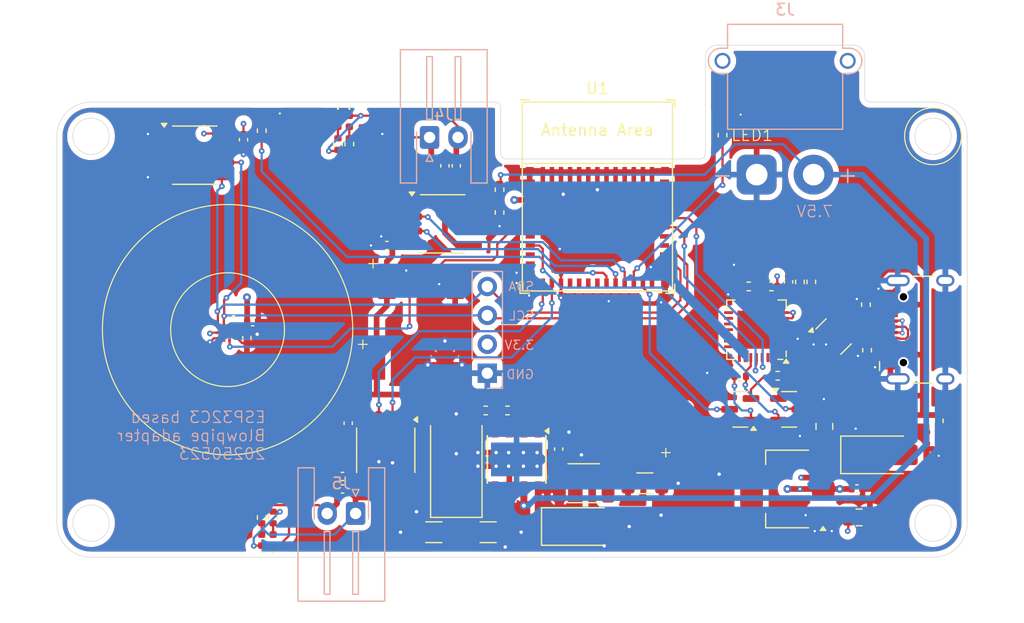
<source format=kicad_pcb>
(kicad_pcb (version 20241229) (generator "pcbnew") (generator_version "9.0")
  (layers (0 "F.Cu" signal) (4 "In1.Cu" signal) (6 "In2.Cu" signal) (2 "B.Cu" signal) (13 "F.Paste" user) (15 "B.Paste" user) (5 "F.SilkS" user "F.Silkscreen") (7 "B.SilkS" user "B.Silkscreen") (1 "F.Mask" user) (3 "B.Mask" user) (25 "Edge.Cuts" user))
  (net 0 "")
  (net 1 "GND")
  (net 2 "+3.3V")
  (net 3 "+5V")
  (net 4 "+5VP")
  (net 5 "/USB_UART/USB_DP")
  (net 6 "/USB_UART/USB_DM")
  (net 7 "/Motor/Mot_b")
  (net 13 "/Motor/Mot_a")
  (net 16 "/UART_RX")
  (net 17 "/UART_TX")
  (net 25 "/SCL")
  (net 26 "/SDA")
  (net 27 "/CHIP_PU")
  (net 28 "/RTS")
  (net 29 "/GPIO_9")
  (net 30 "/DTR")
  (net 31 "/LED0")
  (net 32 "/LED1")
  (net 33 "/MTR1")
  (net 34 "/MTR0")
  (net 35 "/Vent/Mot_b")
  (net 36 "/Vent/Mot_a")
  (net 37 "/Vent0")
  (net 38 "/Vent1")
  (net 40 "Net-(U4-VBUS)")
  (net 41 "Net-(D1-A)")
  (net 42 "Net-(D2-A)")
  (net 43 "Net-(D7-A)")
  (net 44 "/Motor/Moto_ar")
  (net 45 "/Motor/Moto_br")
  (net 46 "/Vent/Moto_ar")
  (net 47 "/Vent/Moto_br")
  (net 49 "Net-(J2-CC1)")
  (net 51 "Net-(J2-CC2)")
  (net 52 "Net-(Q1-B)")
  (net 53 "Net-(Q2-B)")
  (net 54 "Net-(U4-~{RST})")
  (net 55 "Net-(U4-~{SUSPEND})")
  (net 75 "/BatDiv10")
  (net 76 "/nINT")
  (net 77 "/Battery/5Vvar")
  (net 78 "/Battery/Vsense")
  (net 82 "+7.5V")
  (net 83 "/Battery/PWR_BOOT")
  (footprint "LED_SMD:LED_0402_1005Metric" (layer "F.Cu") (at 143.5 71 180)
    (property "Reference" "D2" (hide yes))
    (property "Value" "Green LED" (hide yes))
  )
  (footprint "Resistor_SMD:R_0402_1005Metric" (layer "F.Cu") (at 150.7 73.69 -90)
    (property "Reference" "R15" (hide yes))
    (property "Value" "2K" (hide yes))
  )
  (footprint "Capacitor_SMD:C_0402_1005Metric" (layer "F.Cu") (at 169.1 100.49125 -90)
    (property "Reference" "C311" (hide yes))
    (property "Value" "10nF" (hide yes))
  )
  (footprint "Capacitor_SMD:C_0402_1005Metric" (layer "F.Cu") (at 160.1 75.6 -90)
    (property "Reference" "C11" (hide yes))
    (property "Value" "100nF" (hide yes))
  )
  (footprint "Package_TO_SOT_SMD:SOT-23" (layer "F.Cu") (at 185.0625 97 180)
    (property "Reference" "Q2" (hide yes))
    (property "Value" "SS8050" (hide yes))
  )
  (footprint "Package_SO:SOP-8_3.9x4.9mm_P1.27mm" (layer "F.Cu") (at 158.9 80.7)
    (property "Reference" "U7" (hide yes))
    (property "Value" "TC118S" (hide yes))
  )
  (footprint "Diode_SMD:D_SMA" (layer "F.Cu") (at 197.4 101)
    (property "Reference" "D6" (hide yes))
    (property "Value" "SS14" (hide yes))
  )
  (footprint "Resistor_SMD:R_0402_1005Metric" (layer "F.Cu") (at 191.3 85.8 90)
    (property "Reference" "R5" (hide yes))
    (property "Value" "22.1K" (hide yes))
  )
  (footprint "Capacitor_Tantalum_SMD:CP_EIA-7343-31_Kemet-D" (layer "F.Cu") (at 160.1 102.08 90)
    (property "Reference" "C303" (hide yes))
    (property "Value" "220uF" (hide yes))
  )
  (footprint "Package_SO:SOP-8_3.9x4.9mm_P1.27mm" (layer "F.Cu") (at 153.9 100.6 -90)
    (property "Reference" "U8" (hide yes))
    (property "Value" "TC118S" (hide yes))
  )
  (footprint "Resistor_SMD:R_0402_1005Metric" (layer "F.Cu") (at 188.35 94.05)
    (property "Reference" "R1" (hide yes))
    (property "Value" "10K" (hide yes))
  )
  (footprint "Resistor_SMD:R_0402_1005Metric" (layer "F.Cu") (at 164.6 97.1 180)
    (property "Reference" "R301" (hide yes))
    (property "Value" "10k" (hide yes))
  )
  (footprint "Capacitor_SMD:C_0402_1005Metric" (layer "F.Cu") (at 195.31 104)
    (property "Reference" "C5" (hide yes))
    (property "Value" "100nF" (hide yes))
  )
  (footprint "Capacitor_SMD:C_1206_3216Metric" (layer "F.Cu") (at 158.125 107.8 180)
    (property "Reference" "C310" (hide yes))
    (property "Value" "10uF" (hide yes))
  )
  (footprint "Capacitor_SMD:C_1206_3216Metric" (layer "F.Cu") (at 162.9 107.8)
    (property "Reference" "C301" (hide yes))
    (property "Value" "10uF" (hide yes))
  )
  (footprint "Package_DFN_QFN:QFN-28-1EP_5x5mm_P0.5mm_EP3.35x3.35mm" (layer "F.Cu") (at 186.48 90 180)
    (property "Reference" "U4" (hide yes))
    (property "Value" "CP2102N-Axx-xQFN28" (hide yes))
  )
  (footprint "Diode_SMD:D_SMA" (layer "F.Cu") (at 171.1 107.3)
    (property "Reference" "D301" (hide yes))
    (property "Value" "B340A" (hide yes))
  )
  (footprint "Resistor_SMD:R_0402_1005Metric" (layer "F.Cu") (at 163.9 77.7 -90)
    (property "Reference" "R19" (hide yes))
    (property "Value" "10K" (hide yes))
  )
  (footprint "Resistor_SMD:R_0402_1005Metric" (layer "F.Cu") (at 196.1 87.8 90)
    (property "Reference" "R8" (hide yes))
    (property "Value" "5.1K" (hide yes))
  )
  (footprint "local:CP_SMD_4.3x7.3mm" (layer "F.Cu") (at 174.3 99 180)
    (property "Reference" "C302" (hide yes))
    (property "Value" "EEFCX0J221YR" (hide yes))
  )
  (footprint "Package_TO_SOT_SMD:SOT-23" (layer "F.Cu") (at 189.35 97)
    (property "Reference" "Q1" (hide yes))
    (property "Value" "SS8050" (hide yes))
  )
  (footprint "Resistor_SMD:R_0402_1005Metric" (layer "F.Cu") (at 183.5 72.9 -90)
    (property "Reference" "R3" (hide yes))
    (property "Value" "1K" (hide yes))
  )
  (footprint "Capacitor_SMD:C_0805_2012Metric" (layer "F.Cu") (at 192.45 98.5 90)
    (property "Reference" "C3" (hide yes))
    (property "Value" "10uF" (hide yes))
  )
  (footprint "LED_SMD:LED_0402_1005Metric" (layer "F.Cu") (at 149.7 71.68 -90)
    (property "Reference" "D9" (hide yes))
    (property "Value" "Red LED" (hide yes))
  )
  (footprint "Capacitor_SMD:C_0402_1005Metric" (layer "F.Cu") (at 150.1 102.9 180)
    (property "Reference" "C16" (hide yes))
    (property "Value" "100nF" (hide yes))
  )
  (footprint "LED_SMD:LED_0402_1005Metric" (layer "F.Cu") (at 184 71.1 180)
    (property "Reference" "D1" (hide yes))
    (property "Value" "Green LED" (hide yes))
  )
  (footprint "Resistor_SMD:R_0402_1005Metric" (layer "F.Cu") (at 163.9 79.7 -90)
    (property "Reference" "R18" (hide yes))
    (property "Value" "1K" (hide yes))
  )
  (footprint "Capacitor_SMD:C_0402_1005Metric" (layer "F.Cu") (at 189.3 85.8 90)
    (property "Reference" "C2" (hide yes))
    (property "Value" "1uF" (hide yes))
  )
  (footprint "Capacitor_SMD:C_1206_3216Metric" (layer "F.Cu") (at 176.675 103.5)
    (property "Reference" "C312" (hide yes))
    (property "Value" "10uF" (hide yes))
  )
  (footprint "Capacitor_SMD:C_0402_1005Metric" (layer "F.Cu") (at 142.2 89.3)
    (property "Reference" "C18" (hide yes))
    (property "Value" "100nF" (hide yes))
  )
  (footprint "Resistor_SMD:R_0402_1005Metric" (layer "F.Cu") (at 190.3 85.8 -90)
    (property "Reference" "R6" (hide yes))
    (property "Value" "43K" (hide yes))
  )
  (footprint "Resistor_SMD:R_0402_1005Metric" (layer "F.Cu") (at 202.5 98.01 90)
    (property "Reference" "R11" (hide yes))
    (property "Value" "1K" (hide yes))
  )
  (footprint "Connector_USB:USB_C_Receptacle_HCTL_HC-TYPE-C-16P-01A" (layer "F.Cu") (at 202 90 90)
    (property "Reference" "J2" (hide yes))
    (property "Value" "USB_C_Receptacle_USB2.0_16P" (hide yes))
  )
  (footprint "local:CP_SMD_4.3x7.3mm" (layer "F.Cu") (at 157 86)
    (property "Reference" "C9" (hide yes))
    (property "Value" "EEFCX0J221YR" (hide yes))
  )
  (footprint "Resistor_SMD:R_0402_1005Metric" (layer "F.Cu") (at 185.8 86.2 180)
    (property "Reference" "R10" (hide yes))
    (property "Value" "10K" (hide yes))
  )
  (footprint "PCM_Espressif:ESP32-C3-MINI-1" (layer "F.Cu") (at 172.5 78.3)
    (property "Reference" "U1")
    (property "Value" "ESP32-C3-MINI-1")
  )
  (footprint "Package_SO:SOIC-8_3.9x4.9mm_P1.27mm" (layer "F.Cu") (at 137.125 74.665)
    (property "Reference" "U9" (hide yes))
    (property "Value" "M24C02-RMN" (hide yes))
  )
  (footprint "LED_SMD:LED_0402_1005Metric" (layer "F.Cu") (at 144 108.49 90)
    (property "Reference" "D11" (hide yes))
    (property "Value" "Red LED" (hide yes))
  )
  (footprint "Resistor_SMD:R_0402_1005Metric" (layer "F.Cu") (at 149.7 73.69 -90)
    (property "Reference" "R14" (hide yes))
    (property "Value" "2K" (hide yes))
  )
  (footprint "Capacitor_SMD:C_0402_1005Metric" (layer "F.Cu") (at 154 82.6 180)
    (property "Reference" "C10" (hide yes))
    (property "Value" "100nF" (hide yes))
  )
  (footprint "Capacitor_SMD:C_0402_1005Metric" (layer "F.Cu") (at 141.4 73.3 -90)
    (property "Reference" "C17" (hide yes))
    (property "Value" "100nF" (hide yes))
  )
  (footprint "LED_SMD:LED_0402_1005Metric" (layer "F.Cu") (at 143 108.49 90)
    (property "Reference" "D12" (hide yes))
    (property "Value" "Green LED" (hide yes))
  )
  (footprint "local:BMP580_FP" (layer "F.Cu") (at 139.924 90.2625)
    (property "Reference" "U2" (hide yes))
    (property "Value" "BMP580" (hide yes))
  )
  (footprint "Inductor_SMD:L_1812_4532Metric" (layer "F.Cu") (at 171.3 103.49125)
    (property "Reference" "L301" (hide yes))
    (property "Value" "FHW1812IF1R8JST" (hide yes))
  )
  (footprint "Resistor_SMD:R_0402_1005Metric" (layer "F.Cu") (at 143 72.51 -90)
    (property "Reference" "R4" (hide yes))
    (property "Value" "1K" (hide yes))
  )
  (footprint "LED_SMD:LED_0402_1005Metric" (layer "F.Cu") (at 150.7 71.68 -90)
    (property "Reference" "D10" (hide yes))
    (property "Value" "Green LED" (hide yes))
  )
  (footprint "Capacitor_SMD:C_0805_2012Metric" (layer "F.Cu") (at 195.5 106.5)
    (property "Reference" "C4" (hide yes))
    (property "Value" "22uF" (hide yes))
  )
  (footprint "Resistor_SMD:R_0402_1005Metric" (layer "F.Cu") (at 187.8 86.2)
    (property "Reference" "R9" (hide yes))
    (property "Value" "10K" (hide yes))
  )
  (footprint "Resistor_SMD:R_0402_1005Metric" (layer "F.Cu") (at 144 106.5 90)
    (property "Reference" "R16" (hide yes))
    (property "Value" "2K" (hide yes))
  )
  (footprint "Resistor_SMD:R_0402_1005Metric" (layer "F.Cu") (at 196.2 91.8 -90)
    (property "Reference" "R7" (hide yes))
    (property "Value" "5.1K" (hide yes))
  )
  (footprint "Resistor_SMD:R_0402_1005Metric" (layer "F.Cu") (at 162.69 97.1 180)
    (property "Reference" "R302" (hide yes))
    (property "Value" "3k24" (hide yes))
  )
  (footprint "Resistor_SMD:R_0402_1005Metric" (layer "F.Cu") (at 185.05 94.1 180)
    (property "Reference" "R2" (hide yes))
    (property "Value" "10K" (hide yes))
  )
  (footprint "Package_TO_SOT_SMD:SOT-143" (layer "F.Cu") (at 193.25 90.6 45)
    (property "Reference" "D8" (hide yes))
    (property "Value" "SP0503BAHT" (hide yes))
  )
  (footprint "Package_SO:TI_SO-PowerPAD-8_ThermalVias" (layer "F.Cu") (at 165.4 101.4 -90)
    (property "Reference" "U301" (hide yes))
    (property "Value" "TPS5430DDA" (hide yes))
  )
  (footprint "Capacitor_SMD:C_0402_1005Metric" (layer "F.Cu") (at 150.6 98.22 -90)
    (property "Reference" "C14" (hide yes))
    (property "Value" "100nF" (hide yes))
  )
  (footprint "Capacitor_SMD:C_0402_1005Metric" (layer "F.Cu") (at 159.1 75.6 -90)
    (property "Reference" "C12" (hide yes))
    (property "Value" "100nF" (hide yes))
  )
  (footprint "Package_TO_SOT_SMD:SOT-223" (layer "F.Cu") (at 189.2 104 180)
    (property "Reference" "U5" (hide yes))
    (property "Value" "AMS1117-3.3" (hide yes))
  )
  (footprint "Resistor_SMD:R_0402_1005Metric" (layer "F.Cu") (at 143 106.5 90)
    (property "Reference" "R17" (hide yes))
    (property "Value" "2K" (hide yes))
  )
  (footprint "Capacitor_SMD:C_0402_1005Metric" (layer "F.Cu") (at 141.7 90.7 -90)
    (property "Reference" "C1" (hide yes))
    (property "Value" "100nF" (hide yes))
  )
  (footprint "LED_SMD:LED_0402_1005Metric" (layer "F.Cu") (at 202.5 99.995 90)
    (property "Reference" "D7" (hide yes))
    (property "Value" "Green LED" (hide yes))
  )
  (footprint "Capacitor_SMD:C_0402_1005Metric" (layer "F.Cu") (at 150.1 104 180)
    (property "Reference" "C15" (hide yes))
    (property "Value" "100nF" (hide yes))
  )
  (footprint "local:CP_SMD_4.3x7.3mm" (layer "F.Cu") (at 156.1 93.1)
    (property "Reference" "C13" (hide yes))
    (property "Value" "EEFCX0J221YR" (hide yes))
  )
  (footprint "Connector_PinSocket_2.54mm:PinSocket_1x04_P2.54mm_Vertical" (layer "B.Cu") (at 162.825 93.825)
    (property "Reference" "J1" (hide yes))
    (property "Value" "Conn_01x04_Socket" (hide yes))
  )
  (footprint "Connector_JST:JST_XH_S2B-XH-A-1_1x02_P2.50mm_Horizontal" (layer "B.Cu") (at 157.75 73.1)
    (property "Reference" "J4")
    (property "Value" "Conn_01x02_Pin")
  )
  (footprint "Connector_AMASS:AMASS_XT30PW-M_1x02_P2.50mm_Horizontal" (layer "B.Cu") (at 186.5 76.375 180)
    (property "Reference" "J3")
    (property "Value" "Conn_01x02_Pin")
  )
  (footprint "Connector_JST:JST_XH_S2B-XH-A-1_1x02_P2.50mm_Horizontal" (layer "B.Cu") (at 151.25 106.15 180)
    (property "Reference" "J5")
    (property "Value" "Conn_01x02_Pin")
  )
  (gr_circle (center 140 90) (end 151 90) (stroke (width 0.1)) (fill no) (layer "F.SilkS"))
  (gr_circle (center 202 73) (end 204.5 73) (stroke (width 0.1)) (fill no) (layer "F.SilkS"))
  (gr_circle (center 140 90) (end 145 90) (stroke (width 0.1)) (fill no) (layer "F.SilkS"))
  (gr_circle (center 128 107) (end 129.6 107) (stroke (width 0.05)) (fill no) (layer "Edge.Cuts"))
  (gr_arc (start 163.5 70) (mid 163.853553 70.146447) (end 164 70.5) (stroke (width 0.05)) (layer "Edge.Cuts"))
  (gr_line (start 164.5 75) (end 181.5 75) (stroke (width 0.05)) (layer "Edge.Cuts"))
  (gr_line (start 202 70) (end 196.5 70) (stroke (width 0.05)) (layer "Edge.Cuts"))
  (gr_line (start 125 107) (end 125 73) (stroke (width 0.05)) (layer "Edge.Cuts"))
  (gr_arc (start 125 73) (mid 125.87868 70.87868) (end 128 70) (stroke (width 0.05)) (layer "Edge.Cuts"))
  (gr_line (start 202 110) (end 128 110) (stroke (width 0.05)) (layer "Edge.Cuts"))
  (gr_line (start 205 73) (end 205 107) (stroke (width 0.05)) (layer "Edge.Cuts"))
  (gr_circle (center 202 73) (end 203.6 73) (stroke (width 0.05)) (fill no) (layer "Edge.Cuts"))
  (gr_arc (start 195 65) (mid 195.707107 65.292893) (end 196 66) (stroke (width 0.05)) (layer "Edge.Cuts"))
  (gr_arc (start 182 66) (mid 182.292893 65.292893) (end 183 65) (stroke (width 0.05)) (layer "Edge.Cuts"))
  (gr_arc (start 164.5 75) (mid 164.146447 74.853553) (end 164 74.5) (stroke (width 0.05)) (layer "Edge.Cuts"))
  (gr_arc (start 202 70) (mid 204.12132 70.87868) (end 205 73) (stroke (width 0.05)) (layer "Edge.Cuts"))
  (gr_arc (start 205 107) (mid 204.12132 109.12132) (end 202 110) (stroke (width 0.05)) (layer "Edge.Cuts"))
  (gr_circle (center 128 73) (end 129.6 73) (stroke (width 0.05)) (fill no) (layer "Edge.Cuts"))
  (gr_line (start 128 70) (end 163.5 70) (stroke (width 0.05)) (layer "Edge.Cuts"))
  (gr_line (start 182 66) (end 182 74.5) (stroke (width 0.05)) (layer "Edge.Cuts"))
  (gr_arc (start 182 74.5) (mid 181.853553 74.853553) (end 181.5 75) (stroke (width 0.05)) (layer "Edge.Cuts"))
  (gr_arc (start 128 110) (mid 125.87868 109.12132) (end 125 107) (stroke (width 0.05)) (layer "Edge.Cuts"))
  (gr_line (start 196 66) (end 196 69.5) (stroke (width 0.05)) (layer "Edge.Cuts"))
  (gr_arc (start 196.5 70) (mid 196.146447 69.853553) (end 196 69.5) (stroke (width 0.05)) (layer "Edge.Cuts"))
  (gr_line (start 183 65) (end 195 65) (stroke (width 0.05)) (layer "Edge.Cuts"))
  (gr_circle (center 202 107) (end 203.6 107) (stroke (width 0.05)) (fill no) (layer "Edge.Cuts"))
  (gr_line (start 164 70.5) (end 164 74.5) (stroke (width 0.05)) (layer "Edge.Cuts"))
  (gr_text "LED1" (at 184.2 73.5 0) (layer "F.SilkS") (effects (font (size 1 1) (thickness 0.1)) (justify left bottom)))
  (gr_text "7.5V" (at 193.3 80.2 -0) (layer "B.SilkS") (effects (font (size 1 1) (thickness 0.1)) (justify left bottom mirror)))
  (gr_text "SDA\n\nSCL\n\n3.3V\n\nGND" (at 167 94.4 0) (layer "B.SilkS") (effects (font (size 0.8 0.8) (thickness 0.1)) (justify left bottom mirror)))
  (gr_text "ESP32C3 based\nBlowpipe adapter\n20250523\n" (at 143.4 101.5 0) (layer "B.SilkS") (effects (font (size 1 1) (thickness 0.1)) (justify left bottom mirror)))
  (segment (start 197.6 86.8) (end 197.2 86.4) (width 0.2) (layer "F.Cu") (net 1))
  (segment (start 197 93.2) (end 196.9 93.3) (width 0.2) (layer "F.Cu") (net 1))
  (segment (start 190.27 85.32) (end 190.3 85.29) (width 0.2) (layer "F.Cu") (net 1))
  (segment (start 166.55 85.95) (end 165.45 85.95) (width 0.2) (layer "F.Cu") (net 1))
  (segment (start 154.535 103.225) (end 154.535 101.735) (width 0.5) (layer "F.Cu") (net 1))
  (segment (start 142.6 90.4) (end 142.6 90.9) (width 0.5) (layer "F.Cu") (net 1))
  (segment (start 192.076777 90.776777) (end 192.6 91.3) (width 0.2) (layer "F.Cu") (net 1))
  (segment (start 192.45 96.15) (end 192.4 96.1) (width 0.2) (layer "F.Cu") (net 1))
  (segment (start 159.1 93.1) (end 159.1 91) (width 0.5) (layer "F.Cu") (net 1))
  (segment (start 156.65 107.8) (end 156.65 106.05) (width 0.5) (layer "F.Cu") (net 1))
  (segment (start 163.6 100.8) (end 162 100.8) (width 0.5) (layer "F.Cu") (net 1))
  (segment (start 178.15 106.25) (end 178.1 106.3) (width 0.5) (layer "F.Cu") (net 1))
  (segment (start 169.3 84.2) (end 170.525 82.975) (width 0.2) (layer "F.Cu") (net 1))
  (segment (start 163.9 80.21) (end 163.9 80.9) (width 0.2) (layer "F.Cu") (net 1))
  (segment (start 164.765 102.065) (end 164.7 102) (width 0.5) (layer "F.Cu") (net 1))
  (segment (start 153.265 103.225) (end 153.265 101.635) (width 0.5) (layer "F.Cu") (net 1))
  (segment (start 156.65 107.8) (end 155.2 107.8) (width 0.5) (layer "F.Cu") (net 1))
  (segment (start 196.2 92.31) (end 195.41 92.31) (width 0.2) (layer "F.Cu") (net 1))
  (segment (start 134.65 76.57) (end 133.03 76.57) (width 0.2) (layer "F.Cu") (net 1))
  (segment (start 196.2 92.31) (end 196.2 93.2) (width 0.2) (layer "F.Cu") (net 1))
  (segment (start 169.3 85.9) (end 169.3 84.2) (width 0.2) (layer "F.Cu") (net 1))
  (segment (start 184 86.7) (end 184 86.9) (width 0.2) (layer "F.Cu") (net 1))
  (segment (start 138.7875 90.7625) (end 138.45 91.1) (width 0.2) (layer "F.Cu") (net 1))
  (segment (start 189.8 90.5) (end 190.1 90.8) (width 0.2) (layer "F.Cu") (net 1))
  (segment (start 160.1 98.96) (end 160.1 100.9) (width 0.5) (layer "F.Cu") (net 1))
  (segment (start 159.1 93.1) (end 160.6 93.1) (width 0.5) (layer "F.Cu") (net 1))
  (segment (start 142.68 89.3) (end 142.68 90.32) (width 0.5) (layer "F.Cu") (net 1))
  (segment (start 153.52 82.6) (end 152.6 82.6) (width 0.2) (layer "F.Cu") (net 1))
  (segment (start 169.3 85.9) (end 169.3 87.2) (width 0.2) (layer "F.Cu") (net 1))
  (segment (start 196.1 87.29) (end 195.31 87.29) (width 0.2) (layer "F.Cu") (net 1))
  (segment (start 160.4 97.1) (end 160.1 97.4) (width 0.5) (layer "F.Cu") (net 1))
  (segment (start 142.6 90.9) (end 142.32 91.18) (width 0.5) (layer "F.Cu") (net 1))
  (segment (start 141.4 73.78) (end 141.4 74.6) (width 0.2) (layer "F.Cu") (net 1))
  (segment (start 166.55 85.95) (end 166.55 86.95) (width 0.2) (layer "F.Cu") (net 1))
  (segment (start 170.425 79.025) (end 169.5 78.1) (width 0.2) (layer "F.Cu") (net 1))
  (segment (start 171.18 99) (end 171.18 100.92) (width 0.5) (layer "F.Cu") (net 1))
  (segment (start 188.9 90.5) (end 189.8 90.5) (width 0.2) (layer "F.Cu") (net 1))
  (segment (start 169.275 82.975) (end 169.2 82.9) (width 0.2) (layer "F.Cu") (net 1))
  (segment (start 192.012563 90.776777) (end 192.076777 90.776777) (width 0.2) (layer "F.Cu") (net 1))
  (segment (start 140.7 90.7625) (end 140.8625 90.7625) (width 0.2) (layer "F.Cu") (net 1))
  (segment (start 134.65 72.76) (end 134.65 76.57) (width 0.2) (layer "F.Cu") (net 1))
  (segment (start 160 86) (end 158.6 86) (width 0.5) (layer "F.Cu") (net 1))
  (segment (start 153.52 81.82) (end 153.5 81.8) (width 0.2) (layer "F.Cu") (net 1))
  (segment (start 166.55 85.95) (end 166.55 85.05) (width 0.2) (layer "F.Cu") (net 1))
  (segment (start 169.3 85.9) (end 169.3 86.5) (width 0.2) (layer "F.Cu") (net 1))
  (segment (start 154.535 101.735) (end 154.5 101.7) (width 0.5) (layer "F.Cu") (net 1))
  (segment (start 178.15 103.5) (end 178.15 106.25) (width 0.5) (layer "F.Cu") (net 1))
  (segment (start 141.28 91.18) (end 141.7 91.18) (width 0.2) (layer "F.Cu") (net 1))
  (segment (start 192.012563 90.776777) (end 192.012563 90.787437) (width 0.2) (layer "F.Cu") (net 1))
  (segment (start 160 89.6) (end 160 86) (width 0.5) (layer "F.Cu") (net 1))
  (segment (start 164.765 104.1) (end 164.765 102.065) (width 0.5) (layer "F.Cu") (net 1))
  (segment (start 198.255 93.2) (end 198.255 93.68) (width 0.2) (layer "F.Cu") (net 1))
  (segment (start 164.375 107.8) (end 165.8 107.8) (width 0.5) (layer "F.Cu") (net 1))
  (segment (start 159.1 90.5) (end 160 89.6) (width 0.5) (layer "F.Cu") (net 1))
  (segment (start 173.1 107.3) (end 173.1 109) (width 0.5) (layer "F.Cu") (net 1))
  (segment (start 153.265 101.635) (end 153.3 101.6) (width 0.5) (layer "F.Cu") (net 1))
  (segment (start 170.525 79.025) (end 170.425 79.025) (width 0.2) (layer "F.Cu") (net 1))
  (segment (start 166.55 86.95) (end 166.5 87) (width 0.2) (layer "F.Cu") (net 1))
  (segment (start 163.6 102) (end 162 102) (width 0.5) (layer "F.Cu") (net 1))
  (segment (start 186.45 90) (end 186.95 90.5) (width 0.2) (layer "F.Cu") (net 1))
  (segment (start 173.1 107.3) (end 175.3 107.3) (width 0.5) (layer "F.Cu") (net 1))
  (segment (start 159.1 91) (end 159.1 90.5) (width 0.5) (layer "F.Cu") (net 1))
  (segment (start 133.03 76.57) (end 133 76.6) (width 0.2) (layer "F.Cu") (net 1))
  (segment (start 196.2 93.2) (end 196.3 93.3) (width 0.2) (layer "F.Cu") (net 1))
  (segment (start 160.1 98.96) (end 160.1 97.4) (width 0.5) (layer "F.Cu") (net 1))
  (segment (start 173.6 87.6) (end 173.5 87.5) (width 0.2) (layer "F.Cu") (net 1))
  (segment (start 169.6 87.5) (end 173.5 87.5) (width 0.2) (layer "F.Cu") (net 1))
  (segment (start 195.31 87.29) (end 195.3 87.3) (width 0.2) (layer "F.Cu") (net 1))
  (segment (start 198.255 93.2) (end 197 93.2) (width 0.2) (layer "F.Cu") (net 1))
  (segment (start 178.45 87.25) (end 178.1 87.6) (width 0.2) (layer "F.Cu") (net 1))
  (segment (start 185.29 86.2) (end 184.5 86.2) (width 0.2) (layer "F.Cu") (net 1))
  (segment (start 198.255 93.68) (end 198.895 94.32) (width 0.2) (layer "F.Cu") (net 1))
  (segment (start 198.895 85.68) (end 198.895 86.16) (width 0.2) (layer "F.Cu") (net 1))
  (segment (start 192.45 97.55) (end 192.45 96.15) (width 0.2) (layer "F.Cu") (net 1))
  (segment (start 166.55 85.05) (end 166.6 85) (width 0.2) (layer "F.Cu") (net 1))
  (segment (start 164.375 107.8) (end 164.375 109.075) (width 0.5) (layer "F.Cu") (net 1))
  (segment (start 192.45 97.55) (end 191.65 97.55) (width 0.2) (layer "F.Cu") (net 1))
  (segment (start 195.41 92.31) (end 195.4 92.3) (width 0.2) (layer "F.Cu") (net 1))
  (segment (start 165.45 85.95) (end 165.4 85.9) (width 0.2) (layer "F.Cu") (net 1))
  (segment (start 198.255 86.8) (end 197.6 86.8) (width 0.2) (layer "F.Cu") (net 1))
  (segment (start 196 92.51) (end 196.11 92.51) (width 0.2) (layer "F.Cu") (net 1))
  (segment (start 156.65 106.05) (end 156.6 106) (width 0.5) (layer "F.Cu") (net 1))
  (segment (start 178.15 103.5) (end 179.6 103.5) (width 0.5) (layer "F.Cu") (net 1))
  (segment (start 159.1 93.1) (end 157.6 93.1) (width 0.5) (layer "F.Cu") (net 1))
  (segment (start 186.95 90.5) (end 188.9 90.5) (width 0.2) (layer "F.Cu") (net 1))
  (segment (start 184 86.7) (end 184.5 86.2) (width 0.2) (layer "F.Cu") (net 1))
  (segment (start 162.18 97.1) (end 160.4 97.1) (width 0.5) (layer "F.Cu") (net 1))
  (segment (start 164.375 109.075) (end 164.4 109.1) (width 0.5) (layer "F.Cu") (net 1))
  (segment (start 142.32 91.18) (end 141.7 91.18) (width 0.5) (layer "F.Cu") (net 1))
  (segment (start 171.18 100.92) (end 171.1 101) (width 0.5) (layer "F.Cu") (net 1))
  (segment (start 189.3 85.32) (end 190.27 85.32) (width 0.2) (layer "F.Cu") (net 1))
  (segment (start 191.65 97.55) (end 190.3 98.9) (width 0.2) (layer "F.Cu") (net 1))
  (segment (start 178.1 87.6) (end 173.6 87.6) (width 0.2) (layer "F.Cu") (net 1))
  (segment (start 141.15 74.03) (end 141.4 73.78) (width 0.2) (layer "F.Cu") (net 1))
  (segment (start 139.6 74.03) (end 141.15 74.03) (width 0.2) (layer "F.Cu") (net 1))
  (segment (start 142.68 90.32) (end 142.6 90.4) (width 0.5) (layer "F.Cu") (net 1))
  (segment (start 140.8625 90.7625) (end 141.28 91.18) (width 0.2) (layer "F.Cu") (net 1))
  (segment (start 140.7 90.2625) (end 140.7 90.7625) (width 0.2) (layer "F.Cu") (net 1))
  (segment (start 178.45 85.95) (end 178.45 87.25) (width 0.2) (layer "F.Cu") (net 1))
  (segment (start 165.4 85) (end 166.6 85) (width 0.2) (layer "F.Cu") (net 1))
  (segment (start 196.3 93.3) (end 196.9 93.3) (width 0.2) (layer "F.Cu") (net 1))
  (segment (start 190.3 98.9) (end 190.3 99.35) (width 0.2) (layer "F.Cu") (net 1))
  (segment (start 169.3 87.2) (end 169.6 87.5) (width 0.2) (layer "F.Cu") (net 1))
  (segment (start 170.525 82.975) (end 169.275 82.975) (width 0.2) (layer "F.Cu") (net 1))
  (segment (start 153.52 82.6) (end 153.52 81.82) (width 0.2) (layer "F.Cu") (net 1))
  (segment (start 139.148 90.7625) (end 138.7875 90.7625) (width 0.2) (layer "F.Cu") (net 1))
  (segment (start 171.3 99) (end 170 99) (width 0.5) (layer "F.Cu") (net 1))
  (segment (start 198.895 86.16) (end 198.255 86.8) (width 0.2) (layer "F.Cu") (net 1))
  (segment (start 133.04 72.76) (end 133 72.8) (width 0.2) (layer "F.Cu") (net 1))
  (segment (start 192.012563 90.787437) (end 191.5 91.3) (width 0.2) (layer "F.Cu") (net 1))
  (segment (start 172.5 79.025) (end 172.5 77.7) (width 0.2) (layer "F.Cu") (net 1))
  (segment (start 134.65 72.76) (end 133.04 72.76) (width 0.2) (layer "F.Cu") (net 1))
  (via (at 182.15 93.8) (size 0.5) (drill 0.2) (layers "F.Cu" "B.Cu") (net 1))
  (via (at 169.5 78.1) (size 0.7) (drill 0.3) (layers "F.Cu" "B.Cu") (net 1))
  (via (at 178.1 106.3) (size 0.7) (drill 0.3) (layers "F.Cu" "B.Cu") (net 1))
  (via (at 190.3 99.35) (size 0.5) (drill 0.2) (layers "F.Cu" "B.Cu") (net 1))
  (via (at 192.6 91.3) (size 0.5) (drill 0.2) (layers "F.Cu" "B.Cu") (net 1))
  (via (at 170 99) (size 0.7) (drill 0.3) (layers "F.Cu" "B.Cu") (net 1))
  (via (at 183.2 102.7) (size 0.7) (drill 0.3) (layers "F.Cu" "B.Cu") (net 1))
  (via (at 153.6 72.8) (size 0.5) (drill 0.2) (layers "F.Cu" "B.Cu") (net 1))
  (via (at 156.6 106) (size 0.7) (drill 0.3) (layers "F.Cu" "B.Cu") (net 1))
  (via (at 153.3 101.6) (size 0.7) (drill 0.3) (layers "F.Cu" "B.Cu") (net 1))
  (via (at 160.1 100.9) (size 0.7) (drill 0.3) (layers "F.Cu" "B.Cu") (net 1))
  (via (at 165.4 85) (size 0.5) (drill 0.2) (layers "F.Cu" "B.Cu") (net 1))
  (via (at 191.6 107.7) (size 0.5) (drill 0.2) (layers "F.Cu" "B.Cu") (net 1))
  (via (at 164.4 109.1) (size 0.7) (drill 0.3) (layers "F.Cu" "B.Cu") (net 1))
  (via (at 191.5 91.3) (size 0.5) (drill 0.2) (layers "F.Cu" "B.Cu") (net 1))
  (via (at 195.4 92.3) (size 0.5) (drill 0.2) (layers "F.Cu" "B.Cu") (net 1))
  (via (at 155.7 84.8) (size 0.5) (drill 0.2) (layers "F.Cu" "B.Cu") (net 1))
  (via (at 195.3 87.3) (size 0.5) (drill 0.2) (layers "F.Cu" "B.Cu") (net 1))
  (via (at 175.3 107.3) (size 0.7) (drill 0.3) (layers "F.Cu" "B.Cu") (net 1))
  (via (at 190.1 90.8) (size 0.5) (drill 0.2) (layers "F.Cu" "B.Cu") (net 1))
  (via (at 169.2 82.9) (size 0.5) (drill 0.2) (layers "F.Cu" "B.Cu") (net 1))
  (via (at 178.1 87.6) (size 0.5) (drill 0.2) (layers "F.Cu" "B.Cu") (net 1))
  (via (at 173.5 87.5) (size 0.5) (drill 0.2) (layers "F.Cu" "B.Cu") (net 1))
  (via (at 142.6 90.4) (size 0.7) (drill 0.3) (layers "F.Cu" "B.Cu") (net 1))
  (via (at 158.6 86) (size 0.5) (drill 0.2) (layers "F.Cu" "B.Cu") (net 1))
  (via (at 154.5 101.7) (size 0.7) (drill 0.3) (layers "F.Cu" "B.Cu") (net 1))
  (via (at 160.1 97.4) (size 0.7) (drill 0.3) (layers "F.Cu" "B.Cu") (net 1))
  (via (at 165.8 107.8) (size 0.7) (drill 0.3) (layers "F.Cu" "B.Cu") (net 1))
  (via (at 195.2 98.7) (size 0.5) (drill 0.2) (layers "F.Cu" "B.Cu") (net 1))
  (via (at 166.5 87) (size 0.5) (drill 0.2) (layers "F.Cu" "B.Cu") (net 1))
  (via (at 184.5 84.3) (size 0.5) (drill 0.2) (layers "F.Cu" "B.Cu") (net 1))
  (via (at 169.3 87.2) (size 0.5) (drill 0.2) (layers "F.Cu" "B.Cu") (net 1))
  (via (at 171.1 101) (size 0.7) (drill 0.3) (layers "F.Cu" "B.Cu") (net 1))
  (via (at 193.1 107.7) (size 0.5) (drill 0.2) (layers "F.Cu" "B.Cu") (net 1))
  (via (at 133 76.6) (size 0.5) (drill 0.2) (layers "F.Cu" "B.Cu") (net 1))
  (via (at 190.8 106.3) (size 0.5) (drill 0.2) (layers "F.Cu" "B.Cu") (net 1))
  (via (at 196.9 93.3) (size 0.5) (drill 0.2) (layers "F.Cu" "B.Cu") (net 1))
  (via (at 177.2 84.5) (size 0.5) (drill 0.2) (layers "F.Cu" "B.Cu") (net 1))
  (via (at 179.6 103.5) (size 0.7) (drill 0.3) (layers "F.Cu" "B.Cu") (net 1))
  (via (at 133 72.8) (size 0.5) (drill 0.2) (layers "F.Cu" "B.Cu") (net 1))
  (via (at 159.1 91) (size 0.7) (drill 0.3) (layers "F.Cu" "B.Cu") (net 1))
  (via (at 162 102) (size 0.7) (drill 0.3) (layers "F.Cu" "B.Cu") (net 1))
  (via (at 172.5 77.7) (size 0.7) (drill 0.3) (layers "F.Cu" "B.Cu") (net 1))
  (via (at 155.2 107.8) (size 0.7) (drill 0.3) (layers "F.Cu" "B.Cu") (net 1))
  (via (at 165.4 85.9) (size 0.5) (drill 0.2) (layers "F.Cu" "B.Cu") (net 1))
  (via (at 160.6 93.1) (size 0.7) (drill 0.3) (layers "F.Cu" "B.Cu") (net 1))
  (via (at 141.4 74.6) (size 0.5) (drill 0.2) (layers "F.Cu" "B.Cu") (net 1))
  (via (at 152.6 82.6) (size 0.5) (drill 0.2) (layers "F.Cu" "B.Cu") (net 1))
  (via (at 192.4 96.1) (size 0.5) (drill 0.2) (layers "F.Cu" "B.Cu") (net 1))
  (via (at 197.2 86.4) (size 0.5) (drill 0.2) (layers "F.Cu" "B.Cu") (net 1))
  (via (at 138.45 91.1) (size 0.5) (drill 0.2) (layers "F.Cu" "B.Cu") (net 1))
  (via (at 162 100.8) (size 0.7) (drill 0.3) (layers "F.Cu" "B.Cu") (net 1))
  (via (at 173.1 109) (size 0.7) (drill 0.3) (layers "F.Cu" "B.Cu") (net 1))
  (via (at 184 86.9) (size 0.5) (drill 0.2) (layers "F.Cu" "B.Cu") (net 1))
  (via (at 163.9 80.9) (size 0.5) (drill 0.2) (layers "F.Cu" "B.Cu") (net 1))
  (via (at 157.6 93.1) (size 0.7) (drill 0.3) (layers "F.Cu" "B.Cu") (net 1))
  (via (at 153.5 81.8) (size 0.5) (drill 0.2) (layers "F.Cu" "B.Cu") (net 1))
  (segment (start 141.72 89.3) (end 141.72 87.17) (width 0.5) (layer "F.Cu") (net 2))
  (segment (start 140.7 89.7625) (end 141.6625 89.7625) (width 0.2) (layer "F.Cu") (net 2))
  (segment (start 192.35 104) (end 190.3 104) (width 0.5) (layer "F.Cu") (net 2))
  (segment (start 141.4 72.82) (end 141.4 71.9) (width 0.2) (layer "F.Cu") (net 2))
  (segment (start 140.174 89.6025) (end 140.54 89.6025) (width 0.2) (layer "F.Cu") (net 2))
  (segment (start 137.93 72.76) (end 137.925 72.765) (width 0.2) (layer "F.Cu") (net 2))
  (segment (start 194.5 104) (end 193.8 104) (width 0.5) (layer "F.Cu") (net 2))
  (segment (start 190.4 103) (end 191.35 103) (width 0.5) (layer "F.Cu") (net 2))
  (segment (start 189.7 88.9) (end 189.7 88.5) (width 0.2) (layer "F.Cu") (net 2))
  (segment (start 188.31 86.2) (end 188.31 85.31) (width 0.2) (layer "F.Cu") (net 2))
  (segment (start 188.31 85.31) (end 188.3 85.3) (width 0.2) (layer "F.Cu") (net 2))
  (segment (start 193.8 104) (end 192.35 104) (width 0.5) (layer "F.Cu") (net 2))
  (segment (start 139.674 90.9225) (end 139.674 90.4215) (width 0.2) (layer "F.Cu") (net 2))
  (segment (start 141.72 89.3) (end 141.72 90.2) (width 0.5) (layer "F.Cu") (net 2))
  (segment (start 140.174 89.9215) (end 139.674 90.4215) (width 0.2) (layer "F.Cu") (net 2))
  (segment (start 194.55 106.5) (end 194.55 107.65) (width 0.2) (layer "F.Cu") (net 2))
  (segment (start 188.9 89) (end 189.6 89) (width 0.2) (layer "F.Cu") (net 2))
  (segment (start 166.6 78.6) (end 165.2 78.6) (width 0.5) (layer "F.Cu") (net 2))
  (segment (start 190.3 104) (end 189.2 104) (width 0.5) (layer "F.Cu") (net 2))
  (segment (start 191.35 103) (end 192.35 104) (width 0.5) (layer "F.Cu") (net 2))
  (segment (start 141.7 89.8) (end 141.7 90.22) (width 0.2) (layer "F.Cu") (net 2))
  (segment (start 141.72 90.2) (end 141.7 90.22) (width 0.5) (layer "F.Cu") (net 2))
  (segment (start 139.6 72.76) (end 137.93 72.76) (width 0.2) (layer "F.Cu") (net 2))
  (segment (start 189.6 89) (end 189.7 88.9) (width 0.2) (layer "F.Cu") (net 2))
  (segment (start 188.9 88.5) (end 189.7 88.5) (width 0.2) (layer "F.Cu") (net 2))
  (segment (start 141.72 87.17) (end 141.7 87.15) (width 0.5) (layer "F.Cu") (net 2))
  (segment (start 139.674 90.4215) (end 139.515 90.2625) (width 0.2) (layer "F.Cu") (net 2))
  (segment (start 141.6625 89.7625) (end 141.7 89.8) (width 0.2) (layer "F.Cu") (net 2))
  (segment (start 140.54 89.6025) (end 140.7 89.7625) (width 0.2) (layer "F.Cu") (net 2))
  (segment (start 139.148 90.2625) (end 138.514809 90.2625) (width 0.2) (layer "F.Cu") (net 2))
  (segment (start 139.6 72.76) (end 141.34 72.76) (width 0.2) (layer "F.Cu") (net 2))
  (segment (start 194.55 107.65) (end 194.5 107.7) (width 0.2) (layer "F.Cu") (net 2))
  (segment (start 141.34 72.76) (end 141.4 72.82) (width 0.2) (layer "F.Cu") (net 2))
  (segment (start 139.515 90.2625) (end 139.148 90.2625) (width 0.2) (layer "F.Cu") (net 2))
  (segment (start 138.514809 90.2625) (end 138.445733 90.331576) (width 0.2) (layer "F.Cu") (net 2))
  (segment (start 140.174 89.6025) (end 140.174 89.9215) (width 0.2) (layer "F.Cu") (net 2))
  (via (at 194.5 107.7) (size 0.5) (drill 0.2) (layers "F.Cu" "B.Cu") (net 2))
  (via (at 190.3 104) (size 0.5) (drill 0.2) (layers "F.Cu" "B.Cu") (net 2))
  (via (at 190.4 103) (size 0.5) (drill 0.2) (layers "F.Cu" "B.Cu") (net 2))
  (via (at 189.2 104) (size 0.7) (drill 0.3) (layers "F.Cu" "B.Cu") (net 2))
  (via (at 137.925 72.765) (size 0.5) (drill 0.2) (layers "F.Cu" "B.Cu") (net 2))
  (via (at 189.7 88.5) (size 0.5) (drill 0.2) (layers "F.Cu" "B.Cu") (net 2))
  (via (at 138.445733 90.331576) (size 0.5) (drill 0.2) (layers "F.Cu" "B.Cu") (net 2))
  (via (at 188.3 85.3) (size 0.5) (drill 0.2) (layers "F.Cu" "B.Cu") (net 2))
  (via (at 141.7 87.15) (size 0.7) (drill 0.3) (layers "F.Cu" "B.Cu") (net 2))
  (via (at 141.4 71.9) (size 0.5) (drill 0.2) (layers "F.Cu" "B.Cu") (net 2))
  (via (at 193.8 104) (size 0.7) (drill 0.3) (layers "F.Cu" "B.Cu") (net 2))
  (via (at 165.2 78.6) (size 0.7) (drill 0.3) (layers "F.Cu" "B.Cu") (net 2))
  (segment (start 175.2 98.9) (end 175.2 103.5) (width 0.5) (layer "F.Cu") (net 3))
  (segment (start 153.1 93.1) (end 153.1 95.699) (width 0.5) (layer "F.Cu") (net 3))
  (segment (start 177.42 99) (end 175.3 99) (width 0.5) (layer "F.Cu") (net 3))
  (segment (start 173.4375 103.49125) (end 175.19125 103.49125) (width 0.5) (layer "F.Cu") (net 3))
  (segment (start 174.3 97.1) (end 165.11 97.1) (width 0.5) (layer "F.Cu") (net 3))
  (segment (start 175.7 99) (end 177.42 99) (width 0.5) (layer "F.Cu") (net 3))
  (segment (start 175.3 99) (end 175.2 98.9) (width 0.5) (layer "F.Cu") (net 3))
  (segment (start 189 100.5) (end 190.2 101.7) (width 0.5) (layer "F.Cu") (net 3))
  (segment (start 190.2 101.7) (end 192.15 101.7) (width 0.5) (layer "F.Cu") (net 3))
  (segment (start 180.75 100.5) (end 189 100.5) (width 0.5) (layer "F.Cu") (net 3))
  (segment (start 154.48 82.6) (end 154.48 83.52) (width 0.5) (layer "F.Cu") (net 3))
  (segment (start 154.48 83.52) (end 154 84) (width 0.5) (layer "F.Cu") (net 3))
  (segment (start 177.42 99) (end 179.25 99) (width 0.5) (layer "F.Cu") (net 3))
  (segment (start 192.35 101.7) (end 192.35 99.55) (width 0.5) (layer "F.Cu") (net 3))
  (segment (start 154.48 82.6) (end 156.27 82.6) (width 0.5) (layer "F.Cu") (net 3))
  (segment (start 175.2 98.9) (end 175.2 98) (width 0.5) (layer "F.Cu") (net 3))
  (segment (start 151.995 97.775) (end 151.995 96.305) (width 0.5) (layer "F.Cu") (net 3))
  (segment (start 153.1 88.8) (end 153.1 93.1) (width 0.5) (layer "F.Cu") (net 3))
  (segment (start 175.19125 103.49125) (end 175.2 103.5) (width 0.5) (layer "F.Cu") (net 3))
  (segment (start 150.635 97.775) (end 151.995 97.775) (width 0.5) (layer "F.Cu") (net 3))
  (segment (start 192.35 99.55) (end 192.45 99.45) (width 0.5) (layer "F.Cu") (net 3))
  (segment (start 151.995 96.305) (end 152.601 95.699) (width 0.5) (layer "F.Cu") (net 3))
  (segment (start 154 86) (end 154 87.9) (width 0.5) (layer "F.Cu") (net 3))
  (segment (start 154 84) (end 154 86) (width 0.5) (layer "F.Cu") (net 3))
  (segment (start 156.27 82.6) (end 156.275 82.605) (width 0.5) (layer "F.Cu") (net 3))
  (segment (start 152.601 95.699) (end 153.1 95.699) (width 0.5) (layer "F.Cu") (net 3))
  (segment (start 153.1 95.699) (end 164.899 95.699) (width 0.5) (layer "F.Cu") (net 3))
  (segment (start 150.6 97.74) (end 150.635 97.775) (width 0.5) (layer "F.Cu") (net 3))
  (segment (start 179.25 99) (end 180.75 100.5) (width 0.5) (layer "F.Cu") (net 3))
  (segment (start 175.2 98) (end 174.3 97.1) (width 0.5) (layer "F.Cu") (net 3))
  (segment (start 192.325 101.5) (end 194.675 101.5) (width 0.5) (layer "F.Cu") (net 3))
  (segment (start 165.11 95.91) (end 165.11 97.1) (width 0.5) (layer "F.Cu") (net 3))
  (segment (start 164.899 95.699) (end 165.11 95.91) (width 0.5) (layer "F.Cu") (net 3))
  (segment (start 154 87.9) (end 153.1 88.8) (width 0.5) (layer "F.Cu") (net 3))
  (segment (start 198.255 87.6) (end 198.455 87.8) (width 0.2) (layer "F.Cu") (net 4))
  (segment (start 201.1 87.8) (end 201.1 92.2) (width 0.5) (layer "F.Cu") (net 4))
  (segment (start 201.1 85.8) (end 201.1 87.8) (width 0.5) (layer "F.Cu") (net 4))
  (segment (start 200.2 97.5) (end 199.5 98.2) (width 0.5) (layer "F.Cu") (net 4))
  (segment (start 201.1 95.8) (end 195.5 95.8) (width 0.5) (layer "F.Cu") (net 4))
  (segment (start 199.5 98.2) (end 199.5 100.9) (width 0.5) (layer "F.Cu") (net 4))
  (segment (start 201.1 92.2) (end 201.1 95.8) (width 0.5) (layer "F.Cu") (net 4))
  (segment (start 198.455 92.2) (end 199.9 92.2) (width 0.2) (layer "F.Cu") (net 4))
  (segment (start 201.1 87.8) (end 199.9 87.8) (width 0.5) (layer "F.Cu") (net 4))
  (segment (start 200.029 84.729) (end 201.1 85.8) (width 0.5) (layer "F.Cu") (net 4))
  (segment (start 201.1 97.5) (end 200.2 97.5) (width 0.5) (layer "F.Cu") (net 4))
  (segment (start 201.1 95.8) (end 201.1 97.5) (width 0.5) (layer "F.Cu") (net 4))
  (segment (start 191.3 85.29) (end 197.390083 85.29) (width 0.5) (layer "F.Cu") (net 4))
  (segment (start 201.1 92.2) (end 199.9 92.2) (width 0.5) (layer "F.Cu") (net 4))
  (segment (start 199.5 100.9) (end 199.4 101) (width 0.5) (layer "F.Cu") (net 4))
  (segment (start 199.9 87.8) (end 200.9 87.8) (width 0.2) (layer "F.Cu") (net 4))
  (segment (start 197.390083 85.29) (end 197.951083 84.729) (width 0.5) (layer "F.Cu") (net 4))
  (segment (start 193.214645 93.514645) (end 193.214645 91.978858) (width 0.5) (layer "F.Cu") (net 4))
  (segment (start 202.5 97.5) (end 201.1 97.5) (width 0.5) (layer "F.Cu") (net 4))
  (segment (start 197.951083 84.729) (end 200.029 84.729) (width 0.5) (layer "F.Cu") (net 4))
  (segment (start 198.455 87.8) (end 199.9 87.8) (width 0.2) (layer "F.Cu") (net 4))
  (segment (start 195.5 95.8) (end 193.214645 93.514645) (width 0.5) (layer "F.Cu") (net 4))
  (segment (start 198.255 92.4) (end 198.455 92.2) (width 0.2) (layer "F.Cu") (net 4))
  (segment (start 194.182106 90.117894) (end 194.628858 90.564645) (width 0.2) (layer "F.Cu") (net 5))
  (segment (start 194.008007 89.943795) (end 194.182106 90.117894) (width 0.2) (layer "F.Cu") (net 5))
  (segment (start 198.255 90.25) (end 194.95 90.25) (width 0.2) (layer "F.Cu") (net 5))
  (segment (start 199.25 90.25) (end 199.3 90.3) (width 0.2) (layer "F.Cu") (net 5))
  (segment (start 188.986205 89.943795) (end 194.008007 89.943795) (width 0.2) (layer "F.Cu") (net 5))
  (segment (start 194.008008 89.943795) (end 194.182106 90.117894) (width 0.2) (layer "F.Cu") (net 5))
  (segment (start 198.305 89.2) (end 198.255 89.25) (width 0.2) (layer "F.Cu") (net 5))
  (segment (start 194.95 90.25) (end 194.635355 90.564645) (width 0.2) (layer "F.Cu") (net 5))
  (segment (start 188.93 90) (end 188.986205 89.943795) (width 0.2) (layer "F.Cu") (net 5))
  (segment (start 194.635355 90.564645) (end 194.628858 90.564645) (width 0.2) (layer "F.Cu") (net 5))
  (segment (start 199.3 89.2) (end 198.305 89.2) (width 0.2) (layer "F.Cu") (net 5))
  (segment (start 198.255 90.25) (end 199.25 90.25) (width 0.2) (layer "F.Cu") (net 5))
  (via (at 199.3 90.3) (size 0.4) (drill 0.2) (layers "F.Cu" "B.Cu") (net 5))
  (via (at 199.3 89.2) (size 0.4) (drill 0.2) (layers "F.Cu" "B.Cu") (net 5))
  (segment (start 199.3 90.3) (end 199.3 89.2) (width 0.2) (layer "B.Cu") (net 5))
  (segment (start 194.221142 89.221142) (end 193.285355 89.221142) (width 0.2) (layer "F.Cu") (net 6))
  (segment (start 198.255 90.75) (end 199.041479 90.75) (width 0.2) (layer "F.Cu") (net 6))
  (segment (start 199.8 90.6) (end 199.8 90) (width 0.2) (layer "F.Cu") (net 6))
  (segment (start 199.8 90) (end 199.55 89.75) (width 0.2) (layer "F.Cu") (net 6))
  (segment (start 199.599 90.801) (end 199.8 90.6) (width 0.2) (layer "F.Cu") (net 6))
  (segment (start 198.255 89.75) (end 194.75 89.75) (width 0.2) (layer "F.Cu") (net 6))
  (segment (start 199.092479 90.801) (end 199.599 90.801) (width 0.2) (layer "F.Cu") (net 6))
  (segment (start 199.55 89.75) (end 198.255 89.75) (width 0.2) (layer "F.Cu") (net 6))
  (segment (start 188.93 89.5) (end 193.006497 89.5) (width 0.2) (layer "F.Cu") (net 6))
  (segment (start 194.75 89.75) (end 194.221142 89.221142) (width 0.2) (layer "F.Cu") (net 6))
  (segment (start 199.041479 90.75) (end 199.092479 90.801) (width 0.2) (layer "F.Cu") (net 6))
  (segment (start 193.006497 89.5) (end 193.285355 89.221142) (width 0.2) (layer "F.Cu") (net 6))
  (segment (start 150.7 74.2) (end 150.7 74.7) (width 0.2) (layer "F.Cu") (net 7))
  (segment (start 160.205 82.605) (end 159.1 81.5) (width 0.5) (layer "F.Cu") (net 7))
  (segment (start 150.2 75.2) (end 148.5 75.2) (width 0.2) (layer "F.Cu") (net 7))
  (segment (start 148.1 71.8) (end 148.705 71.195) (width 0.2) (layer "F.Cu") (net 7))
  (segment (start 159.1 76.08) (end 158.02 76.08) (width 0.5) (layer "F.Cu") (net 7))
  (segment (start 150.7 74.7) (end 150.2 75.2) (width 0.2) (layer "F.Cu") (net 7))
  (segment (start 156.4 73.1) (end 157.9 73.1) (width 0.2) (layer "F.Cu") (net 7))
  (segment (start 159.1 81.5) (end 159.1 76.08) (width 0.5) (layer "F.Cu") (net 7))
  (segment (start 148.5 75.2) (end 148.1 74.8) (width 0.2) (layer "F.Cu") (net 7))
  (segment (start 155.3 74.2) (end 156.4 73.1) (width 0.2) (layer "F.Cu") (net 7))
  (segment (start 159.1 76.08) (end 160.1 76.08) (width 0.5) (layer "F.Cu") (net 7))
  (segment (start 161.525 82.605) (end 160.205 82.605) (width 0.5) (layer "F.Cu") (net 7))
  (segment (start 148.1 74.8) (end 148.1 71.8) (width 0.2) (layer "F.Cu") (net 7))
  (segment (start 150.7 74.2) (end 155.3 74.2) (width 0.2) (layer "F.Cu") (net 7))
  (segment (start 148.705 71.195) (end 149.7 71.195) (width 0.2) (layer "F.Cu") (net 7))
  (segment (start 158.02 76.08) (end 158 76.1) (width 0.5) (layer "F.Cu") (net 7))
  (segment (start 157.9 76) (end 157.9 73.1) (width 0.5) (layer "F.Cu") (net 7))
  (segment (start 158 76.1) (end 157.9 76) (width 0.5) (layer "F.Cu") (net 7))
  (segment (start 149.6 74.3) (end 149.7 74.2) (width 0.2) (layer "F.Cu") (net 13))
  (segment (start 161.525 78.795) (end 161.525 75.625) (width 0.5) (layer "F.Cu") (net 13))
  (segment (start 160.25 72.15) (end 160.25 73.1) (width 0.2) (layer "F.Cu") (net 13))
  (segment (start 150.7 71.195) (end 151.7 71.195) (width 0.2) (layer "F.Cu") (net 13))
  (segment (start 161.525 75.625) (end 161.02 75.12) (width 0.5) (layer "F.Cu") (net 13))
  (segment (start 148.9 74.3) (end 149.6 74.3) (width 0.2) (layer "F.Cu") (net 13))
  (segment (start 161.02 75.12) (end 160.1 75.12) (width 0.5) (layer "F.Cu") (net 13))
  (segment (start 160.1 75.12) (end 160.1 73.4) (width 0.5) (layer "F.Cu") (net 13))
  (segment (start 151.7 71.195) (end 159.295 71.195) (width 0.2) (layer "F.Cu") (net 13))
  (segment (start 159.295 71.195) (end 160.25 72.15) (width 0.2) (layer "F.Cu") (net 13))
  (segment (start 159.1 75.12) (end 160.1 75.12) (width 0.5) (layer "F.Cu") (net 13))
  (segment (start 160.1 73.4) (end 160.4 73.1) (width 0.5) (layer "F.Cu") (net 13))
  (via (at 151.7 71.195) (size 0.5) (drill 0.2) (layers "F.Cu" "B.Cu") (net 13))
  (via (at 148.9 74.3) (size 0.5) (drill 0.2) (layers "F.Cu" "B.Cu") (net 13))
  (segment (start 151.7 71.195) (end 148.9 73.995) (width 0.2) (layer "B.Cu") (net 13))
  (segment (start 148.9 73.995) (end 148.9 74.3) (width 0.2) (layer "B.Cu") (net 13))
  (segment (start 180.138909 81.738909) (end 180.138909 82.661091) (width 0.2) (layer "F.Cu") (net 16))
  (segment (start 186.4 93.133818) (end 186.4 93.6) (width 0.2) (layer "F.Cu") (net 16))
  (segment (start 178.4 81) (end 179.4 81) (width 0.2) (layer "F.Cu") (net 16))
  (segment (start 186.48 93.053818) (end 186.4 93.133818) (width 0.2) (layer "F.Cu") (net 16))
  (segment (start 186.48 92.45) (end 186.48 93.053818) (width 0.2) (layer "F.Cu") (net 16))
  (segment (start 179.4 81) (end 180.138909 81.738909) (width 0.2) (layer "F.Cu") (net 16))
  (via (at 186.4 93.6) (size 0.5) (drill 0.2) (layers "F.Cu" "B.Cu") (net 16))
  (via (at 180.138909 82.661091) (size 0.5) (drill 0.2) (layers "F.Cu" "B.Cu") (net 16))
  (segment (start 180.138909 82.661091) (end 180.138909 85.338909) (width 0.2) (layer "B.Cu") (net 16))
  (segment (start 186.4 91.6) (end 186.4 93.6) (width 0.2) (layer "B.Cu") (net 16))
  (segment (start 180.138909 85.338909) (end 186.4 91.6) (width 0.2) (layer "B.Cu") (net 16))
  (segment (start 180.5 80.2) (end 178.4 80.2) (width 0.2) (layer "F.Cu") (net 17))
  (segment (start 181.2 80.9) (end 180.5 80.2) (width 0.2) (layer "F.Cu") (net 17))
  (segment (start 181.2 81.8) (end 181.2 80.9) (width 0.2) (layer "F.Cu") (net 17))
  (segment (start 187 92.419576) (end 187 93.180424) (width 0.2) (layer "F.Cu") (net 17))
  (segment (start 186.95 93.210848) (end 187.026101 93.286949) (width 0.2) (layer "F.Cu") (net 17))
  (via (at 181.2 81.8) (size 0.5) (drill 0.2) (layers "F.Cu" "B.Cu") (net 17))
  (via (at 187.026101 93.286949) (size 0.5) (drill 0.2) (layers "F.Cu" "B.Cu") (net 17))
  (segment (start 181.2 85.073899) (end 181.2 81.8) (width 0.2) (layer "B.Cu") (net 17))
  (segment (start 181.2 85.073899) (end 187.026101 90.9) (width 0.2) (layer "B.Cu") (net 17))
  (segment (start 187.026101 90.9) (end 187.026101 93.286949) (width 0.2) (layer "B.Cu") (net 17))
  (segment (start 139.674 88.826) (end 139.7 88.8) (width 0.2) (layer "F.Cu") (net 25))
  (segment (start 178.4 83.4) (end 179.5 83.4) (width 0.2) (layer "F.Cu") (net 25))
  (segment (start 139.7 88.8) (end 139.7 87.4) (width 0.2) (layer "F.Cu") (net 25))
  (segment (start 139.674 89.6025) (end 139.674 88.826) (width 0.2) (layer "F.Cu") (net 25))
  (segment (start 180.4 84.3) (end 180.4 87.8) (width 0.2) (layer "F.Cu") (net 25))
  (segment (start 141.2 75.3) (end 139.6 75.3) (width 0.2) (layer "F.Cu") (net 25))
  (segment (start 162.825 88.745) (end 163.08 89) (width 0.2) (layer "F.Cu") (net 25))
  (segment (start 139.7 87.4) (end 139.9 87.2) (width 0.2) (layer "F.Cu") (net 25))
  (segment (start 179.5 83.4) (end 180.4 84.3) (width 0.2) (layer "F.Cu") (net 25))
  (segment (start 180.4 87.8) (end 179.2 89) (width 0.2) (layer "F.Cu") (net 25))
  (segment (start 163.08 89) (end 179.2 89) (width 0.2) (layer "F.Cu") (net 25))
  (via (at 141.2 75.3) (size 0.5) (drill 0.2) (layers "F.Cu" "B.Cu") (net 25))
  (via (at 139.7 88.8) (size 0.5) (drill 0.2) (layers "F.Cu" "B.Cu") (net 25))
  (via (at 139.9 87.2) (size 0.5) (drill 0.2) (layers "F.Cu" "B.Cu") (net 25))
  (segment (start 141.2 85.9) (end 141.2 75.3) (width 0.2) (layer "B.Cu") (net 25))
  (segment (start 139.755 88.745) (end 162.825 88.745) (width 0.2) (layer "B.Cu") (net 25))
  (segment (start 139.9 87.2) (end 141.2 85.9) (width 0.2) (layer "B.Cu") (net 25))
  (segment (start 139.755 88.745) (end 139.7 88.8) (width 0.2) (layer "B.Cu") (net 25))
  (segment (start 165.12 88.5) (end 178.7 88.5) (width 0.2) (layer "F.Cu") (net 26))
  (segment (start 179.8 84.8) (end 179.8 87.4) (width 0.2) (layer "F.Cu") (net 26))
  (segment (start 139.5 77.4) (end 139.5 76.67) (width 0.2) (layer "F.Cu") (net 26))
  (segment (start 162.825 86.205) (end 165.12 88.5) (width 0.2) (layer "F.Cu") (net 26))
  (segment (start 139.148 89.7625) (end 139.148 88.448) (width 0.2) (layer "F.Cu") (net 26))
  (segment (start 139.5 76.67) (end 139.6 76.57) (width 0.2) (layer "F.Cu") (net 26))
  (segment (start 178.7 88.5) (end 179.8 87.4) (width 0.2) (layer "F.Cu") (net 26))
  (segment (start 178.4 84.2) (end 179.2 84.2) (width 0.2) (layer "F.Cu") (net 26))
  (segment (start 179.2 84.2) (end 179.8 84.8) (width 0.2) (layer "F.Cu") (net 26))
  (segment (start 139.148 88.448) (end 139.1 88.4) (width 0.2) (layer "F.Cu") (net 26))
  (via (at 139.5 77.4) (size 0.5) (drill 0.2) (layers "F.Cu" "B.Cu") (net 26))
  (via (at 139.1 88.4) (size 0.5) (drill 0.2) (layers "F.Cu" "B.Cu") (net 26))
  (segment (start 139.7 87.8) (end 161.23 87.8) (width 0.2) (layer "B.Cu") (net 26))
  (segment (start 139.1 88.4) (end 139.1 77.8) (width 0.2) (layer "B.Cu") (net 26))
  (segment (start 139.1 88.4) (end 139.7 87.8) (width 0.2) (layer "B.Cu") (net 26))
  (segment (start 139.1 77.8) (end 139.5 77.4) (width 0.2) (layer "B.Cu") (net 26))
  (segment (start 161.23 87.8) (end 162.825 86.205) (width 0.2) (layer "B.Cu") (net 26))
  (segment (start 166.6 82.6) (end 167.4 82.6) (width 0.2) (layer "F.Cu") (net 27))
  (segment (start 167.7 82.9) (end 167.7 84.8) (width 0.2) (layer "F.Cu") (net 27))
  (segment (start 190.2375 96.95) (end 190.2875 97) (width 0.2) (layer "F.Cu") (net 27))
  (segment (start 189.05 96.95) (end 190.2375 96.95) (width 0.2) (layer "F.Cu") (net 27))
  (segment (start 167.4 82.6) (end 167.7 82.9) (width 0.2) (layer "F.Cu") (net 27))
  (via (at 189.05 96.95) (size 0.5) (drill 0.2) (layers "F.Cu" "B.Cu") (net 27))
  (via (at 167.7 84.8) (size 0.5) (drill 0.2) (layers "F.Cu" "B.Cu") (net 27))
  (segment (start 167.8 84.8) (end 169.3 86.3) (width 0.2) (layer "B.Cu") (net 27))
  (segment (start 188.85 96.95) (end 189.05 96.95) (width 0.2) (layer "B.Cu") (net 27))
  (segment (start 169.3 86.3) (end 178.2 86.3) (width 0.2) (layer "B.Cu") (net 27))
  (segment (start 167.7 84.8) (end 167.8 84.8) (width 0.2) (layer "B.Cu") (net 27))
  (segment (start 178.2 86.3) (end 188.85 96.95) (width 0.2) (layer "B.Cu") (net 27))
  (segment (start 185.56 94.1) (end 185.56 94.79) (width 0.2) (layer "F.Cu") (net 28))
  (segment (start 185.98 93.22) (end 185.56 93.64) (width 0.2) (layer "F.Cu") (net 28))
  (segment (start 188.4125 97.95) (end 188.4125 97.5125) (width 0.2) (layer "F.Cu") (net 28))
  (segment (start 188.4125 97.5125) (end 188.1 97.2) (width 0.2) (layer "F.Cu") (net 28))
  (segment (start 185.56 93.64) (end 185.56 94.1) (width 0.2) (layer "F.Cu") (net 28))
  (segment (start 185.98 92.45) (end 185.98 93.22) (width 0.2) (layer "F.Cu") (net 28))
  (segment (start 185.56 94.79) (end 185.5 94.85) (width 0.2) (layer "F.Cu") (net 28))
  (via (at 188.1 97.2) (size 0.5) (drill 0.2) (layers "F.Cu" "B.Cu") (net 28))
  (via (at 185.5 94.85) (size 0.5) (drill 0.2) (layers "F.Cu" "B.Cu") (net 28))
  (segment (start 185.5 94.85) (end 185.5 95.2) (width 0.2) (layer "B.Cu") (net 28))
  (segment (start 187.5 97.2) (end 188.1 97.2) (width 0.2) (layer "B.Cu") (net 28))
  (segment (start 185.5 95.2) (end 187.5 97.2) (width 0.2) (layer "B.Cu") (net 28))
  (segment (start 184.125 97) (end 183 97) (width 0.2) (layer "F.Cu") (net 29))
  (segment (start 176.5 86.3) (end 177.1 86.9) (width 0.2) (layer "F.Cu") (net 29))
  (segment (start 176.5 85.9) (end 176.5 86.3) (width 0.2) (layer "F.Cu") (net 29))
  (via (at 177.1 86.9) (size 0.5) (drill 0.2) (layers "F.Cu" "B.Cu") (net 29))
  (via (at 183 97) (size 0.5) (drill 0.2) (layers "F.Cu" "B.Cu") (net 29))
  (segment (start 182.05 97) (end 183 97) (width 0.2) (layer "B.Cu") (net 29))
  (segment (start 177.1 92.05) (end 182.05 97) (width 0.2) (layer "B.Cu") (net 29))
  (segment (start 177.1 92.05) (end 177.1 86.9) (width 0.2) (layer "B.Cu") (net 29))
  (segment (start 187.84 94.05) (end 187.2 94.05) (width 0.2) (layer "F.Cu") (net 30))
  (segment (start 187.2 94.05) (end 186 95.25) (width 0.2) (layer "F.Cu") (net 30))
  (segment (start 186 95.25) (end 186 96.05) (width 0.2) (layer "F.Cu") (net 30))
  (segment (start 187.98 93.07) (end 187.84 93.21) (width 0.2) (layer "F.Cu") (net 30))
  (segment (start 187.98 92.45) (end 187.98 93.07) (width 0.2) (layer "F.Cu") (net 30))
  (segment (start 187.84 93.21) (end 187.84 94.05) (width 0.2) (layer "F.Cu") (net 30))
  (segment (start 173 85) (end 172.1 85) (width 0.2) (layer "F.Cu") (net 31))
  (segment (start 173.3 85.9) (end 173.3 85.3) (width 0.2) (layer "F.Cu") (net 31))
  (segment (start 143 73.32) (end 143 74.3) (width 0.2) (layer "F.Cu") (net 31))
  (segment (start 173.3 85.3) (end 173 85) (width 0.2) (layer "F.Cu") (net 31))
  (via (at 143 74.3) (size 0.5) (drill 0.2) (layers "F.Cu" "B.Cu") (net 31))
  (via (at 172.1 85) (size 0.5) (drill 0.2) (layers "F.Cu" "B.Cu") (net 31))
  (segment (start 168.8 85) (end 167.4 83.6) (width 0.2) (layer "B.Cu") (net 31))
  (segment (start 143 76.1) (end 143 74.3) (width 0.2) (layer "B.Cu") (net 31))
  (segment (start 172.1 85) (end 168.8 85) (width 0.2) (layer "B.Cu") (net 31))
  (segment (start 150.5 83.6) (end 167.4 83.6) (width 0.2) (layer "B.Cu") (net 31))
  (segment (start 150.5 83.6) (end 143 76.1) (width 0.2) (layer "B.Cu") (net 31))
  (segment (start 175.7 84.9) (end 176 84.6) (width 0.2) (layer "F.Cu") (net 32))
  (segment (start 183.5 73.42) (end 183.5 77.3) (width 0.2) (layer "F.Cu") (net 32))
  (segment (start 175.7 85.9) (end 175.7 84.9) (width 0.2) (layer "F.Cu") (net 32))
  (via (at 176 84.6) (size 0.5) (drill 0.2) (layers "F.Cu" "B.Cu") (net 32))
  (via (at 183.5 77.3) (size 0.5) (drill 0.2) (layers "F.Cu" "B.Cu") (net 32))
  (segment (start 176 84.6) (end 183.3 77.3) (width 0.2) (layer "B.Cu") (net 32))
  (segment (start 183.3 77.3) (end 183.5 77.3) (width 0.2) (layer "B.Cu") (net 32))
  (segment (start 156.275 81.335) (end 157.435 81.335) (width 0.2) (layer "F.Cu") (net 33))
  (segment (start 157.435 81.335) (end 157.5 81.4) (width 0.2) (layer "F.Cu") (net 33))
  (segment (start 174.1 85.9) (end 174.1 85.1) (width 0.2) (layer "F.Cu") (net 33))
  (via (at 174.1 85.1) (size 0.5) (drill 0.2) (layers "F.Cu" "B.Cu") (net 33))
  (via (at 157.5 81.4) (size 0.5) (drill 0.2) (layers "F.Cu" "B.Cu") (net 33))
  (segment (start 168.7671 84.4) (end 173.4 84.4) (width 0.2) (layer "B.Cu") (net 33))
  (segment (start 167.28355 82.91645) (end 168.7671 84.4) (width 0.2) (layer "B.Cu") (net 33))
  (segment (start 159.01645 82.91645) (end 167.28355 82.91645) (width 0.2) (layer "B.Cu") (net 33))
  (segment (start 157.5 81.4) (end 159.01645 82.91645) (width 0.2) (layer "B.Cu") (net 33))
  (segment (start 174.1 85.1) (end 173.4 84.4) (width 0.2) (layer "B.Cu") (net 33))
  (segment (start 174.9 85.9) (end 174.9 84.9) (width 0.2) (layer "F.Cu") (net 34))
  (segment (start 156.275 80.065) (end 157.565 80.065) (width 0.2) (layer "F.Cu") (net 34))
  (segment (start 157.565 80.065) (end 157.6 80.1) (width 0.2) (layer "F.Cu") (net 34))
  (segment (start 174.9 84.9) (end 174.7 84.7) (width 0.2) (layer "F.Cu") (net 34))
  (via (at 174.7 84.7) (size 0.5) (drill 0.2) (layers "F.Cu" "B.Cu") (net 34))
  (via (at 157.6 80.1) (size 0.5) (drill 0.2) (layers "F.Cu" "B.Cu") (net 34))
  (segment (start 157.6 80.1) (end 159.8 82.3) (width 0.2) (layer "B.Cu") (net 34))
  (segment (start 174.7 84.7) (end 173.9 83.9) (width 0.2) (layer "B.Cu") (net 34))
  (segment (start 159.8 82.3) (end 167.7 82.3) (width 0.2) (layer "B.Cu") (net 34))
  (segment (start 173.9 83.9) (end 169.3 83.9) (width 0.2) (layer "B.Cu") (net 34))
  (segment (start 169.3 83.9) (end 167.7 82.3) (width 0.2) (layer "B.Cu") (net 34))
  (segment (start 144 108.975) (end 144.525 108.975) (width 0.2) (layer "F.Cu") (net 35))
  (segment (start 148.019 105.419) (end 148.75 106.15) (width 0.2) (layer "F.Cu") (net 35))
  (segment (start 144.525 108.975) (end 145.4 108.1) (width 0.2) (layer "F.Cu") (net 35))
  (segment (start 145.4 108.1) (end 145.4 105.419) (width 0.2) (layer "F.Cu") (net 35))
  (segment (start 151.7 101.4) (end 151.995 101.695) (width 0.5) (layer "F.Cu") (net 35))
  (segment (start 149.62 102.9) (end 149.62 101.88) (width 0.5) (layer "F.Cu") (net 35))
  (segment (start 149.62 102.9) (end 149.62 104) (width 0.5) (layer "F.Cu") (net 35))
  (segment (start 143.571 105.419) (end 145.4 105.419) (width 0.2) (layer "F.Cu") (net 35))
  (segment (start 149.62 105.28) (end 148.75 106.15) (width 0.5) (layer "F.Cu") (net 35))
  (segment (start 143 105.99) (end 143.571 105.419) (width 0.2) (layer "F.Cu") (net 35))
  (segment (start 145.4 105.419) (end 148.019 105.419) (width 0.2) (layer "F.Cu") (net 35))
  (segment (start 149.62 101.88) (end 150.1 101.4) (width 0.5) (layer "F.Cu") (net 35))
  (segment (start 149.62 104) (end 149.62 105.28) (width 0.5) (layer "F.Cu") (net 35))
  (segment (start 150.1 101.4) (end 151.7 101.4) (width 0.5) (layer "F.Cu") (net 35))
  (segment (start 151.995 101.695) (end 151.995 103.025) (width 0.5) (layer "F.Cu") (net 35))
  (segment (start 150.58 104) (end 150.58 104.08) (width 0.5) (layer "F.Cu") (net 36))
  (segment (start 151.25 104.75) (end 151.25 106.15) (width 0.5) (layer "F.Cu") (net 36))
  (segment (start 155.805 104.395) (end 155.805 103.025) (width 0.5) (layer "F.Cu") (net 36))
  (segment (start 150.58 104.08) (end 151.25 104.75) (width 0.5) (layer "F.Cu") (net 36))
  (segment (start 144.59 105.99) (end 144.6 106) (width 0.2) (layer "F.Cu") (net 36))
  (segment (start 151.25 104.75) (end 155.45 104.75) (width 0.5) (layer "F.Cu") (net 36))
  (segment (start 155.45 104.75) (end 155.805 104.395) (width 0.5) (layer "F.Cu") (net 36))
  (segment (start 143 108.975) (end 142.325 108.975) (width 0.2) (layer "F.Cu") (net 36))
  (segment (start 144 105.99) (end 144.59 105.99) (width 0.2) (layer "F.Cu") (net 36))
  (segment (start 142.325 108.975) (end 142.3 109) (width 0.2) (layer "F.Cu") (net 36))
  (segment (start 150.58 102.9) (end 150.58 104) (width 0.5) (layer "F.Cu") (net 36))
  (via (at 144.6 106) (size 0.5) (drill 0.2) (layers "F.Cu" "B.Cu") (net 36))
  (via (at 142.3 109) (size 0.5) (drill 0.2) (layers "F.Cu" "B.Cu") (net 36))
  (segment (start 143.05 107.55) (end 144.6 106) (width 0.2) (layer "B.Cu") (net 36))
  (segment (start 143.6 108) (end 143.15 107.55) (width 0.2) (layer "B.Cu") (net 36))
  (segment (start 142.3 109) (end 142.3 108.3) (width 0.2) (layer "B.Cu") (net 36))
  (segment (start 151.25 106.15) (end 149.4 108) (width 0.2) (layer "B.Cu") (net 36))
  (segment (start 142.3 108.3) (end 143.05 107.55) (width 0.2) (layer "B.Cu") (net 36))
  (segment (start 149.4 108) (end 143.6 108) (width 0.2) (layer "B.Cu") (net 36))
  (segment (start 143.15 107.55) (end 143.05 107.55) (width 0.2) (layer "B.Cu") (net 36))
  (segment (start 168.5 85.9) (end 168.5 87.65) (width 0.2) (layer "F.Cu") (net 37))
  (segment (start 154.5 96.4) (end 154.5 97.94) (width 0.2) (layer "F.Cu") (net 37))
  (segment (start 154.5 97.94) (end 154.535 97.975) (width 0.2) (layer "F.Cu") (net 37))
  (via (at 168.5 87.65) (size 0.5) (drill 0.2) (layers "F.Cu" "B.Cu") (net 37))
  (via (at 154.5 96.4) (size 0.5) (drill 0.2) (layers "F.Cu" "B.Cu") (net 37))
  (segment (start 154.5 94.4) (end 154.5 96.4) (width 0.2) (layer "B.Cu") (net 37))
  (segment (start 164.964 92.436) (end 168.5 88.9) (width 0.2) (layer "B.Cu") (net 37))
  (segment (start 164.964 92.436) (end 156.464 92.436) (width 0.2) (layer "B.Cu") (net 37))
  (segment (start 168.5 87.65) (end 168.5 88.9) (width 0.2) (layer "B.Cu") (net 37))
  (segment (start 154.5 94.4) (end 156.464 92.436) (width 0.2) (layer "B.Cu") (net 37))
  (segment (start 167.7 87.65) (end 167.6 87.75) (width 0.2) (layer "F.Cu") (net 38))
  (segment (start 153.3 97.94) (end 153.265 97.975) (width 0.2) (layer "F.Cu") (net 38))
  (segment (start 153.3 96.6) (end 153.3 97.94) (width 0.2) (layer "F.Cu") (net 38))
  (segment (start 167.7 85.9) (end 167.7 87.65) (width 0.2) (layer "F.Cu") (net 38))
  (via (at 153.3 96.6) (size 0.5) (drill 0.2) (layers "F.Cu" "B.Cu") (net 38))
  (via (at 167.6 87.75) (size 0.5) (drill 0.2) (layers "F.Cu" "B.Cu") (net 38))
  (segment (start 165.666 90.134) (end 167.6 88.2) (width 0.2) (layer "B.Cu") (net 38))
  (segment (start 153.3 93.7) (end 156.866 90.134) (width 0.2) (layer "B.Cu") (net 38))
  (segment (start 165.666 90.134) (end 156.866 90.134) (width 0.2) (layer "B.Cu") (net 38))
  (segment (start 167.6 87.75) (end 167.6 88.2) (width 0.2) (layer "B.Cu") (net 38))
  (segment (start 153.3 93.7) (end 153.3 96.6) (width 0.2) (layer "B.Cu") (net 38))
  (segment (start 190.3 87.3) (end 190.3 86.31) (width 0.2) (layer "F.Cu") (net 40))
  (segment (start 189.3 86.28) (end 191.27 86.28) (width 0.2) (layer "F.Cu") (net 40))
  (segment (start 191.27 86.28) (end 191.3 86.31) (width 0.2) (layer "F.Cu") (net 40))
  (segment (start 190.05 87.55) (end 190.3 87.3) (width 0.2) (layer "F.Cu") (net 40))
  (segment (start 187.98 87.55) (end 190.05 87.55) (width 0.2) (layer "F.Cu") (net 40))
  (segment (start 183.53 71.1) (end 183.53 72.37) (width 0.2) (layer "F.Cu") (net 41))
  (segment (start 183.53 72.37) (end 183.5 72.4) (width 0.2) (layer "F.Cu") (net 41))
  (segment (start 143 72) (end 143 71.015) (width 0.2) (layer "F.Cu") (net 42))
  (segment (start 143 71.015) (end 143.015 71) (width 0.2) (layer "F.Cu") (net 42))
  (segment (start 202.5 98.52) (end 202.5 99.51) (width 0.2) (layer "F.Cu") (net 43))
  (segment (start 149.7 73.18) (end 149.7 72.165) (width 0.2) (layer "F.Cu") (net 44))
  (segment (start 150.7 73.18) (end 150.7 72.165) (width 0.2) (layer "F.Cu") (net 45))
  (segment (start 144 108.005) (end 144 107.01) (width 0.2) (layer "F.Cu") (net 46))
  (segment (start 143 108.005) (end 143 107.01) (width 0.2) (layer "F.Cu") (net 47))
  (segment (start 198.255 91.25) (end 196.24 91.25) (width 0.2) (layer "F.Cu") (net 49))
  (segment (start 198.255 88.25) (end 196.25 88.25) (width 0.2) (layer "F.Cu") (net 51))
  (segment (start 188.86 94.79) (end 188.86 94.05) (width 0.2) (layer "F.Cu") (net 52))
  (segment (start 188.4125 96.05) (end 188.4125 95.2375) (width 0.2) (layer "F.Cu") (net 52))
  (segment (start 188.4125 95.2375) (end 188.86 94.79) (width 0.2) (layer "F.Cu") (net 52))
  (segment (start 184.54 94.1) (end 184.54 94.94) (width 0.2) (layer "F.Cu") (net 53))
  (segment (start 186 97.15) (end 185.95 97.1) (width 0.2) (layer "F.Cu") (net 53))
  (segment (start 186 97.95) (end 186 97.15) (width 0.2) (layer "F.Cu") (net 53))
  (segment (start 184.54 94.94) (end 184.55 94.95) (width 0.2) (layer "F.Cu") (net 53))
  (via (at 184.55 94.95) (size 0.5) (drill 0.2) (layers "F.Cu" "B.Cu") (net 53))
  (via (at 185.95 97.1) (size 0.5) (drill 0.2) (layers "F.Cu" "B.Cu") (net 53))
  (segment (start 185.95 97.1) (end 185.2 97.1) (width 0.2) (layer "B.Cu") (net 53))
  (segment (start 184.55 96.45) (end 184.55 94.95) (width 0.2) (layer "B.Cu") (net 53))
  (segment (start 185.2 97.1) (end 184.55 96.45) (width 0.2) (layer "B.Cu") (net 53))
  (segment (start 187.29 86.2) (end 187.29 86.944202) (width 0.2) (layer "F.Cu") (net 54))
  (segment (start 187.48 87.134202) (end 187.48 87.55) (width 0.2) (layer "F.Cu") (net 54))
  (segment (start 187.29 86.944202) (end 187.48 87.134202) (width 0.2) (layer "F.Cu") (net 54))
  (segment (start 186.48 86.37) (end 186.31 86.2) (width 0.2) (layer "F.Cu") (net 55))
  (segment (start 186.48 87.55) (end 186.48 86.37) (width 0.2) (layer "F.Cu") (net 55))
  (segment (start 163.9 79.19) (end 164.39 79.19) (width 0.2) (layer "F.Cu") (net 75))
  (segment (start 165.4 80.2) (end 166.6 80.2) (width 0.2) (layer "F.Cu") (net 75))
  (segment (start 163.9 78.21) (end 163.9 79.19) (width 0.2) (layer "F.Cu") (net 75))
  (segment (start 164.39 79.19) (end 165.4 80.2) (width 0.2) (layer "F.Cu") (net 75))
  (segment (start 156 87) (end 159.1 83.9) (width 0.2) (layer "F.Cu") (net 76))
  (segment (start 163.7 82.5) (end 165.2 81) (width 0.2) (layer "F.Cu") (net 76))
  (segment (start 163.3 83.9) (end 163.7 83.5) (width 0.2) (layer "F.Cu") (net 76))
  (segment (start 156 89.7) (end 156 87) (width 0.2) (layer "F.Cu") (net 76))
  (segment (start 165.2 81) (end 166.6 81) (width 0.2) (layer "F.Cu") (net 76))
  (segment (start 140.174 90.9225) (end 140.174 91.47497) (width 0.2) (layer "F.Cu") (net 76))
  (segment (start 163.7 83.5) (end 163.7 82.5) (width 0.2) (layer "F.Cu") (net 76))
  (segment (start 140.174 91.47497) (end 140.2 91.50097) (width 0.2) (layer "F.Cu") (net 76))
  (segment (start 159.1 83.9) (end 163.3 83.9) (width 0.2) (layer "F.Cu") (net 76))
  (via (at 156 89.7) (size 0.5) (drill 0.2) (layers "F.Cu" "B.Cu") (net 76))
  (via (at 140.2 91.50097) (size 0.5) (drill 0.2) (layers "F.Cu" "B.Cu") (net 76))
  (segment (start 155.8 89.9) (end 156 89.7) (width 0.2) (layer "B.Cu") (net 76))
  (segment (start 149.19903 91.50097) (end 150.8 89.9) (width 0.2) (layer "B.Cu") (net 76))
  (segment (start 150.8 89.9) (end 155.8 89.9) (width 0.2) (layer "B.Cu") (net 76))
  (segment (start 140.2 91.50097) (end 149.19903 91.50097) (width 0.2) (layer "B.Cu") (net 76))
  (segment (start 169.1625 107.2375) (end 169.1 107.3) (width 0.5) (layer "F.Cu") (net 77))
  (segment (start 169.1625 103.49125) (end 169.1625 107.2375) (width 0.5) (layer "F.Cu") (net 77))
  (segment (start 169.1 100.97125) (end 169.1 103.42875) (width 0.5) (layer "F.Cu") (net 77))
  (segment (start 169.1 104.0375) (end 169.1625 104.1) (width 0.5) (layer "F.Cu") (net 77))
  (segment (start 169.1625 104.1) (end 167.305 104.1) (width 0.5) (layer "F.Cu") (net 77))
  (segment (start 163.495 98.7) (end 163.495 97.695) (width 0.2) (layer "F.Cu") (net 78))
  (segment (start 164.09 97.1) (end 163.2 97.1) (width 0.2) (layer "F.Cu") (net 78))
  (segment (start 163.495 97.695) (end 164.09 97.1) (width 0.2) (layer "F.Cu") (net 78))
  (segment (start 159.6 107.8) (end 159.6 105.7) (width 0.5) (layer "F.Cu") (net 82))
  (segment (start 164 77.09) (end 163.9 77.19) (width 0.2) (layer "F.Cu") (net 82))
  (segment (start 161.425 107.8) (end 159.6 107.8) (width 0.5) (layer "F.Cu") (net 82))
  (segment (start 164 76.4) (end 164 77.09) (width 0.2) (layer "F.Cu") (net 82))
  (segment (start 161.7 105.2) (end 160.1 105.2) (width 0.5) (layer "F.Cu") (net 82))
  (segment (start 166.035 105.465) (end 165.9 105.6) (width 0.5) (layer "F.Cu") (net 82))
  (segment (start 165.9 105.6) (end 162.1 105.6) (width 0.5) (layer "F.Cu") (net 82))
  (segment (start 159.6 105.7) (end 160.1 105.2) (width 0.5) (layer "F.Cu") (net 82))
  (segment (start 166.035 104.1) (end 166.035 105.465) (width 0.5) (layer "F.Cu") (net 82))
  (segment (start 162.1 105.6) (end 161.7 105.2) (width 0.5) (layer "F.Cu") (net 82))
  (via (at 166.035 105.465) (size 0.7) (drill 0.35) (layers "F.Cu" "B.Cu") (net 82))
  (via (at 164 76.4) (size 0.5) (drill 0.2) (layers "F.Cu" "B.Cu") (net 82))
  (segment (start 184.6 73.7) (end 188.825 73.7) (width 0.2) (layer "B.Cu") (net 82))
  (segment (start 188.825 73.7) (end 191.5 76.375) (width 0.2) (layer "B.Cu") (net 82))
  (segment (start 181.4 76.375) (end 181.925 76.375) (width 0.2) (layer "B.Cu") (net 82))
  (segment (start 201.4 82) (end 201.4 100.1) (width 0.5) (layer "B.Cu") (net 82))
  (segment (start 195.775 76.375) (end 201.4 82) (width 0.5) (layer "B.Cu") (net 82))
  (segment (start 164.025 76.375) (end 164 76.4) (width 0.2) (layer "B.Cu") (net 82))
  (segment (start 196.699 104.801) (end 167.101 104.801) (width 0.5) (layer "B.Cu") (net 82))
  (segment (start 195.775 76.375) (end 191.5 76.375) (width 0.5) (layer "B.Cu") (net 82))
  (segment (start 181.925 76.375) (end 184.6 73.7) (width 0.2) (layer "B.Cu") (net 82))
  (segment (start 167.101 104.801) (end 167.1 104.8) (width 0.5) (layer "B.Cu") (net 82))
  (segment (start 167.1 104.802) (end 166.437 105.465) (width 0.5) (layer "B.Cu") (net 82))
  (segment (start 167.1 104.8) (end 167.1 104.802) (width 0.5) (layer "B.Cu") (net 82))
  (segment (start 166.437 105.465) (end 166.035 105.465) (width 0.5) (layer "B.Cu") (net 82))
  (segment (start 164.025 76.375) (end 181.4 76.375) (width 0.2) (layer "B.Cu") (net 82))
  (segment (start 201.4 100.1) (end 196.699 104.801) (width 0.5) (layer "B.Cu") (net 82))
  (segment (start 167.305 98.7) (end 168.4 98.7) (width 0.2) (layer "F.Cu") (net 83))
  (segment (start 169.1 100.01125) (end 169.1 99.4) (width 0.2) (layer "F.Cu") (net 83))
  (segment (start 169.1 99.4) (end 168.4 98.7) (width 0.2) (layer "F.Cu") (net 83))
  (zone (net 77) (net_name "/Battery/5Vvar") (layer "F.Cu") (priority 2) (connect_pads (clearance 0.2)) (min_thickness 0.2) (fill yes (thermal_gap 0.2) (thermal_bridge_width 0.8))
    (polygon (pts (xy 168.2 100.49125) (xy 170.1 100.49125) (xy 170.1 101.6) (xy 171.2 101.6) (xy 171.2 108.4) (xy 167 108.4) (xy 167 103.3) (xy 168.1 103.3) (xy 168 100.5) (xy 168.2 100.5)))
  )
  (zone (net 3) (net_name "+5V") (layer "F.Cu") (priority 3) (connect_pads (clearance 0.5)) (min_thickness 0.25) (fill yes (thermal_gap 0.5) (thermal_bridge_width 0.5))
    (polygon (pts (xy 172.5 96.7) (xy 172.5 105.5) (xy 176.8 105.5) (xy 176.8 101.3) (xy 180.5 101.3) (xy 180.5 96.7)))
  )
  (zone (net 82) (net_name "+7.5V") (layer "F.Cu") (priority 4) (connect_pads (clearance 0.2)) (min_thickness 0.2) (fill yes (thermal_gap 0.2) (thermal_bridge_width 0.8))
    (polygon (pts (xy 166.6 103.1) (xy 165.4 103.1) (xy 165.4 105.2) (xy 162.5 105.2) (xy 162.5 103.4) (xy 158.4 103.4) (xy 158.4 108.9) (xy 162.8 108.9) (xy 162.8 106.6) (xy 166.6 106.6)))
  )
  (zone (net 1) (net_name "GND") (layers "F.Cu" "B.Cu" "In1.Cu") (connect_pads (clearance 0.5)) (min_thickness 0.25) (fill yes (thermal_gap 0.5) (thermal_bridge_width 0.5))
    (polygon (pts (xy 120 65) (xy 210 65) (xy 210 115) (xy 120 115)))
  )
)
</source>
